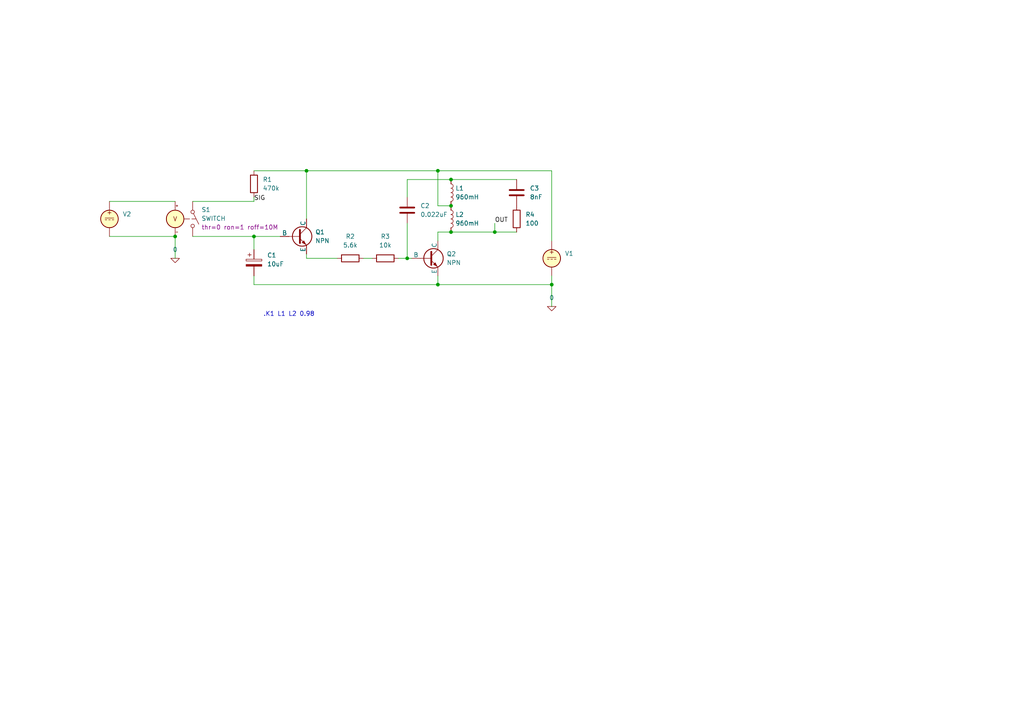
<source format=kicad_sch>
(kicad_sch (version 20250114) (generator "eeschema") (generator_version "9.0")
  (paper "A4")
  (lib_symbols
    (symbol "Device:C" (pin_numbers (hide yes)) (pin_names (offset 0.254))
      (property "Reference" "C" (at 0.635 2.54 0))
      (property "Value" "C" (at 0.635 -2.54 0))
      (symbol "C_0_1"
        (polyline (pts (xy -2.032 0.762) (xy 2.032 0.762)) (stroke (width 0.508)))
        (polyline (pts (xy -2.032 -0.762) (xy 2.032 -0.762)) (stroke (width 0.508)))
      )
      (symbol "C_1_1"
        (pin passive line (at 0 3.81 270) (length 2.794) (name "~") (number "1"))
        (pin passive line (at 0 -3.81 90) (length 2.794) (name "~") (number "2"))
      )
    )
    (symbol "Device:C_Polarized" (pin_numbers (hide yes)) (pin_names (offset 0.254))
      (property "Reference" "C" (at 0.635 2.54 0))
      (property "Value" "C_Polarized" (at 0.635 -2.54 0))
      (symbol "C_Polarized_0_1"
        (rectangle (start -2.286 0.508) (end 2.286 1.016))
        (polyline (pts (xy -1.778 2.286) (xy -0.762 2.286)))
        (polyline (pts (xy -1.27 2.794) (xy -1.27 1.778)))
        (rectangle (start 2.286 -0.508) (end -2.286 -1.016) (fill (type outline)))
      )
      (symbol "C_Polarized_1_1"
        (pin passive line (at 0 3.81 270) (length 2.794) (name "~") (number "1"))
        (pin passive line (at 0 -3.81 90) (length 2.794) (name "~") (number "2"))
      )
    )
    (symbol "Device:L" (pin_numbers (hide yes)) (pin_names (offset 1.016) (hide yes))
      (property "Reference" "L" (at -1.27 0 90))
      (property "Value" "L" (at 1.905 0 90))
      (symbol "L_0_1"
        (arc (start 0 2.54) (mid 0.6323 1.905) (end 0 1.27))
        (arc (start 0 1.27) (mid 0.6323 0.635) (end 0 0))
        (arc (start 0 0) (mid 0.6323 -0.635) (end 0 -1.27))
        (arc (start 0 -1.27) (mid 0.6323 -1.905) (end 0 -2.54))
      )
      (symbol "L_1_1"
        (pin passive line (at 0 3.81 270) (length 1.27) (name "1") (number "1"))
        (pin passive line (at 0 -3.81 90) (length 1.27) (name "2") (number "2"))
      )
    )
    (symbol "Device:R" (pin_numbers (hide yes)) (pin_names (offset 0))
      (property "Reference" "R" (at 2.032 0 90))
      (property "Value" "R" (at 0 0 90))
      (symbol "R_0_1"
        (rectangle (start -1.016 -2.54) (end 1.016 2.54) (stroke (width 0.254)))
      )
      (symbol "R_1_1"
        (pin passive line (at 0 3.81 270) (length 1.27) (name "~") (number "1"))
        (pin passive line (at 0 -3.81 90) (length 1.27) (name "~") (number "2"))
      )
    )
    (symbol "Simulation_SPICE:0" (power) (pin_numbers (hide yes)) (pin_names (offset 0) (hide yes))
      (property "Value" "0" (at 0 -2.54 0))
      (symbol "0_0_1"
        (polyline (pts (xy -1.27 0) (xy 0 -1.27) (xy 1.27 0) (xy -1.27 0)))
      )
      (symbol "0_1_1"
        (pin power_in line (at 0 0 0) (length 0) (name "~") (number "1"))
      )
    )
    (symbol "Simulation_SPICE:NPN" (pin_numbers (hide yes)) (pin_names (offset 0))
      (property "Reference" "Q" (at -2.54 7.62 0))
      (property "Value" "NPN" (at -2.54 5.08 0))
      (symbol "NPN_0_1"
        (polyline (pts (xy -2.54 0) (xy 0.635 0)) (stroke (width 0.1524)))
        (polyline (pts (xy 0.635 1.905) (xy 0.635 -1.905) (xy 0.635 -1.905)) (stroke (width 0.508)))
        (polyline (pts (xy 0.635 0.635) (xy 2.54 2.54)))
        (polyline (pts (xy 0.635 -0.635) (xy 2.54 -2.54) (xy 2.54 -2.54)))
        (circle (center 1.27 0) (radius 2.8194) (stroke (width 0.254)))
        (polyline (pts (xy 1.27 -1.778) (xy 1.778 -1.27) (xy 2.286 -2.286) (xy 1.27 -1.778) (xy 1.27 -1.778)) (fill (type outline)))
        (polyline (pts (xy 2.794 -1.27) (xy 2.794 -1.27)) (stroke (width 0.1524)))
        (polyline (pts (xy 2.794 -1.27) (xy 2.794 -1.27)) (stroke (width 0.1524)))
      )
      (symbol "NPN_1_1"
        (pin input line (at -5.08 0 0) (length 2.54) (name "B") (number "2"))
        (pin open_collector line (at 2.54 5.08 270) (length 2.54) (name "C") (number "1"))
        (pin open_emitter line (at 2.54 -5.08 90) (length 2.54) (name "E") (number "3"))
      )
    )
    (symbol "Simulation_SPICE:SWITCH" (pin_numbers (hide yes)) (pin_names (offset 1.016) (hide yes))
      (property "Reference" "S" (at 2.54 2.54 0))
      (property "Value" "SWITCH" (at 2.54 0 0))
      (property "Sim.Params" "thr=0 ron=1" (at 2.54 -2.54 0))
      (symbol "SWITCH_0_1"
        (circle (center 0 2.032) (radius 0.508))
        (circle (center 0 -2.032) (radius 0.508))
        (polyline (pts (xy 0.254 1.524) (xy 1.778 -1.524)))
      )
      (symbol "SWITCH_1_1"
        (circle (center -5.08 0) (radius 2.54) (stroke (width 0.254)) (fill (type background)))
        (polyline (pts (xy -4.826 3.81) (xy -4.318 3.81)))
        (polyline (pts (xy -4.826 -3.81) (xy -4.318 -3.81)))
        (polyline (pts (xy -4.572 4.064) (xy -4.572 3.556)))
        (polyline (pts (xy -2.54 0) (xy 0.889 0)) (stroke (width 0) (type dash)))
        (text "V" (at -5.08 0 0) (effects (font (size 1.27 1.27))))
        (pin input line (at -5.08 5.08 270) (length 2.54) (name "C+") (number "3"))
        (pin input line (at -5.08 -5.08 90) (length 2.54) (name "C-") (number "4"))
        (pin passive line (at 0 5.08 270) (length 2.54) (name "N+") (number "1"))
        (pin passive line (at 0 -5.08 90) (length 2.54) (name "N-") (number "2"))
      )
    )
    (symbol "Simulation_SPICE:VDC" (pin_numbers (hide yes)) (pin_names (offset 0.0254))
      (property "Reference" "V" (at 2.54 2.54 0))
      (property "Value" "1" (at 2.54 0 0))
      (symbol "VDC_0_0"
        (polyline (pts (xy -1.27 0.254) (xy 1.27 0.254)))
        (polyline (pts (xy -0.762 -0.254) (xy -1.27 -0.254)))
        (polyline (pts (xy 0.254 -0.254) (xy -0.254 -0.254)))
        (polyline (pts (xy 1.27 -0.254) (xy 0.762 -0.254)))
        (text "+" (at 0 1.905 0) (effects (font (size 1.27 1.27))))
      )
      (symbol "VDC_0_1"
        (circle (center 0 0) (radius 2.54) (stroke (width 0.254)) (fill (type background)))
      )
      (symbol "VDC_1_1"
        (pin passive line (at 0 5.08 270) (length 2.54) (name "~") (number "1"))
        (pin passive line (at 0 -5.08 90) (length 2.54) (name "~") (number "2"))
      )
    )
  )
  (text ".K1 L1 L2 0.98" (at 83.82 91.186 0) (effects (font (size 1.27 1.27))))
  (junction (at 130.81 67.31))
  (junction (at 130.81 59.69))
  (junction (at 50.8 68.58))
  (junction (at 127 82.55))
  (junction (at 73.66 68.58))
  (junction (at 118.11 74.93))
  (junction (at 130.81 52.07))
  (junction (at 143.51 67.31))
  (junction (at 160.02 82.55))
  (junction (at 127 49.53))
  (junction (at 88.9 49.53))
  (wire (pts (xy 160.02 49.53) (xy 160.02 69.85)))
  (wire (pts (xy 127 49.53) (xy 160.02 49.53)))
  (wire (pts (xy 118.11 64.77) (xy 118.11 74.93)))
  (wire (pts (xy 118.11 57.15) (xy 118.11 52.07)))
  (wire (pts (xy 73.66 68.58) (xy 81.28 68.58)))
  (wire (pts (xy 143.51 64.77) (xy 143.51 67.31)))
  (wire (pts (xy 97.79 74.93) (xy 88.9 74.93)))
  (wire (pts (xy 105.41 74.93) (xy 107.95 74.93)))
  (wire (pts (xy 88.9 49.53) (xy 88.9 63.5)))
  (wire (pts (xy 127 80.01) (xy 127 82.55)))
  (wire (pts (xy 31.75 68.58) (xy 50.8 68.58)))
  (wire (pts (xy 130.81 52.07) (xy 149.86 52.07)))
  (wire (pts (xy 127 82.55) (xy 73.66 82.55)))
  (wire (pts (xy 31.75 58.42) (xy 50.8 58.42)))
  (wire (pts (xy 55.88 58.42) (xy 73.66 58.42)))
  (wire (pts (xy 127 49.53) (xy 127 59.69)))
  (wire (pts (xy 73.66 68.58) (xy 73.66 72.39)))
  (wire (pts (xy 118.11 74.93) (xy 119.38 74.93)))
  (wire (pts (xy 130.81 67.31) (xy 127 67.31)))
  (wire (pts (xy 115.57 74.93) (xy 118.11 74.93)))
  (wire (pts (xy 88.9 74.93) (xy 88.9 73.66)))
  (wire (pts (xy 88.9 49.53) (xy 127 49.53)))
  (wire (pts (xy 118.11 52.07) (xy 130.81 52.07)))
  (wire (pts (xy 73.66 57.15) (xy 73.66 58.42)))
  (wire (pts (xy 50.8 68.58) (xy 50.8 74.93)))
  (wire (pts (xy 55.88 68.58) (xy 73.66 68.58)))
  (wire (pts (xy 130.81 67.31) (xy 143.51 67.31)))
  (wire (pts (xy 160.02 82.55) (xy 160.02 88.9)))
  (wire (pts (xy 160.02 82.55) (xy 127 82.55)))
  (wire (pts (xy 127 67.31) (xy 127 69.85)))
  (wire (pts (xy 143.51 67.31) (xy 149.86 67.31)))
  (wire (pts (xy 73.66 49.53) (xy 88.9 49.53)))
  (wire (pts (xy 160.02 80.01) (xy 160.02 82.55)))
  (wire (pts (xy 73.66 80.01) (xy 73.66 82.55)))
  (wire (pts (xy 130.81 59.69) (xy 127 59.69)))
  (label "SIG" (at 73.66 58.42 0))
  (label "OUT" (at 143.51 64.77 0))
  (symbol (lib_id "Device:C") (at 149.86 55.88 0) (unit 1)
    (property "Reference" "C3" (at 153.67 54.6099 0) (effects (justify left)))
    (property "Value" "8nF" (at 153.67 57.1499 0) (effects (justify left)))
    (property "Description" "Unpolarized capacitor" (effects (hide yes)))
  )
  (symbol (lib_id "Device:L") (at 130.81 63.5 0) (unit 1)
    (property "Reference" "L2" (at 132.08 62.2299 0) (effects (justify left)))
    (property "Value" "960mH" (at 132.08 64.7699 0) (effects (justify left)))
    (property "Description" "Inductor" (effects (hide yes)))
  )
  (symbol (lib_id "Simulation_SPICE:VDC") (at 31.75 63.5 0) (unit 1)
    (property "Reference" "V2" (at 35.56 62.1001 0) (effects (justify left)))
    (property "Value" "${SIM.PARAMS}" (effects (hide yes)))
    (property "Datasheet" "https://ngspice.sourceforge.io/docs/ngspice-html-manual/manual.xhtml#sec_Independent_Sources_for" (effects (hide yes)))
    (property "Description" "Voltage source, DC" (effects (hide yes)))
    (property "Sim.Pins" "1=+ 2=-" (effects (hide yes)))
    (property "Sim.Type" "PULSE" (effects (hide yes)))
    (property "Sim.Device" "V" (effects (hide yes)))
    (property "Sim.Params" "y1=-5 y2=5 td=1u tr=1u tf=1u tw=0.5 per=1" (effects (hide yes)))
  )
  (symbol (lib_id "Device:R") (at 101.6 74.93 270) (unit 1)
    (property "Reference" "R2" (at 101.6 68.58 90))
    (property "Value" "5.6k" (at 101.6 71.12 90))
    (property "Description" "Resistor" (effects (hide yes)))
  )
  (symbol (lib_id "Simulation_SPICE:0") (at 160.02 88.9 0) (unit 1)
    (property "Reference" "#GND01" (effects (hide yes)))
    (property "Value" "0" (at 160.02 86.36 0))
    (property "Datasheet" "https://ngspice.sourceforge.io/docs/ngspice-html-manual/manual.xhtml#subsec_Circuit_elements__device" (effects (hide yes)))
    (property "Description" "0V reference potential for simulation" (effects (hide yes)))
  )
  (symbol (lib_id "Device:C") (at 118.11 60.96 0) (unit 1)
    (property "Reference" "C2" (at 121.92 59.6899 0) (effects (justify left)))
    (property "Value" "0.022uF" (at 121.92 62.2299 0) (effects (justify left)))
    (property "Description" "Unpolarized capacitor" (effects (hide yes)))
  )
  (symbol (lib_id "Device:L") (at 130.81 55.88 0) (unit 1)
    (property "Reference" "L1" (at 132.08 54.6099 0) (effects (justify left)))
    (property "Value" "960mH" (at 132.08 57.1499 0) (effects (justify left)))
    (property "Description" "Inductor" (effects (hide yes)))
  )
  (symbol (lib_id "Device:R") (at 73.66 53.34 180) (unit 1)
    (property "Reference" "R1" (at 76.2 52.0699 0) (effects (justify right)))
    (property "Value" "470k" (at 76.2 54.6099 0) (effects (justify right)))
    (property "Description" "Resistor" (effects (hide yes)))
  )
  (symbol (lib_id "Device:C_Polarized") (at 73.66 76.2 0) (unit 1)
    (property "Reference" "C1" (at 77.47 74.0409 0) (effects (justify left)))
    (property "Value" "10uF" (at 77.47 76.5809 0) (effects (justify left)))
    (property "Description" "Polarized capacitor" (effects (hide yes)))
  )
  (symbol (lib_id "Simulation_SPICE:0") (at 50.8 74.93 0) (unit 1)
    (property "Reference" "#GND02" (effects (hide yes)))
    (property "Value" "0" (at 50.8 72.39 0))
    (property "Datasheet" "https://ngspice.sourceforge.io/docs/ngspice-html-manual/manual.xhtml#subsec_Circuit_elements__device" (effects (hide yes)))
    (property "Description" "0V reference potential for simulation" (effects (hide yes)))
  )
  (symbol (lib_id "Simulation_SPICE:NPN") (at 86.36 68.58 0) (unit 1)
    (property "Reference" "Q1" (at 91.44 67.3099 0) (effects (justify left)))
    (property "Value" "NPN" (at 91.44 69.8499 0) (effects (justify left)))
    (property "Datasheet" "https://ngspice.sourceforge.io/docs/ngspice-html-manual/manual.xhtml#cha_BJTs" (effects (hide yes)))
    (property "Description" "Bipolar transistor symbol for simulation only, substrate tied to the emitter" (effects (hide yes)))
    (property "Sim.Device" "NPN" (effects (hide yes)))
    (property "Sim.Type" "GUMMELPOON" (effects (hide yes)))
    (property "Sim.Pins" "1=C 2=B 3=E" (effects (hide yes)))
  )
  (symbol (lib_id "Device:R") (at 149.86 63.5 0) (unit 1)
    (property "Reference" "R4" (at 152.4 62.2299 0) (effects (justify left)))
    (property "Value" "100" (at 152.4 64.7699 0) (effects (justify left)))
    (property "Description" "Resistor" (effects (hide yes)))
  )
  (symbol (lib_id "Device:R") (at 111.76 74.93 270) (unit 1)
    (property "Reference" "R3" (at 111.76 68.58 90))
    (property "Value" "10k" (at 111.76 71.12 90))
    (property "Description" "Resistor" (effects (hide yes)))
  )
  (symbol (lib_id "Simulation_SPICE:VDC") (at 160.02 74.93 0) (unit 1)
    (property "Reference" "V1" (at 163.83 73.5301 0) (effects (justify left)))
    (property "Value" "1.5" (effects (hide yes)))
    (property "Datasheet" "https://ngspice.sourceforge.io/docs/ngspice-html-manual/manual.xhtml#sec_Independent_Sources_for" (effects (hide yes)))
    (property "Description" "Voltage source, DC" (effects (hide yes)))
    (property "Sim.Pins" "1=+ 2=-" (effects (hide yes)))
    (property "Sim.Type" "DC" (effects (hide yes)))
    (property "Sim.Device" "V" (effects (hide yes)))
  )
  (symbol (lib_id "Simulation_SPICE:SWITCH") (at 55.88 63.5 0) (unit 1)
    (property "Reference" "S1" (at 58.42 60.8329 0) (effects (justify left)))
    (property "Value" "SWITCH" (at 58.42 63.3729 0) (effects (justify left)))
    (property "Datasheet" "https://ngspice.sourceforge.io/docs/ngspice-html-manual/manual.xhtml#subsec_Switches" (effects (hide yes)))
    (property "Description" "Voltage controlled switch symbol for simulation only" (effects (hide yes)))
    (property "Sim.Device" "SW" (effects (hide yes)))
    (property "Sim.Type" "V" (effects (hide yes)))
    (property "Sim.Params" "thr=0 ron=1 roff=10M" (at 58.42 65.9129 0) (effects (justify left)))
    (property "Sim.Pins" "1=no+ 2=no- 3=ctrl+ 4=ctrl-" (effects (hide yes)))
  )
  (symbol (lib_id "Simulation_SPICE:NPN") (at 124.46 74.93 0) (unit 1)
    (property "Reference" "Q2" (at 129.54 73.6599 0) (effects (justify left)))
    (property "Value" "NPN" (at 129.54 76.1999 0) (effects (justify left)))
    (property "Datasheet" "https://ngspice.sourceforge.io/docs/ngspice-html-manual/manual.xhtml#cha_BJTs" (effects (hide yes)))
    (property "Description" "Bipolar transistor symbol for simulation only, substrate tied to the emitter" (effects (hide yes)))
    (property "Sim.Device" "NPN" (effects (hide yes)))
    (property "Sim.Type" "GUMMELPOON" (effects (hide yes)))
    (property "Sim.Pins" "1=C 2=B 3=E" (effects (hide yes)))
  )
)
</source>
